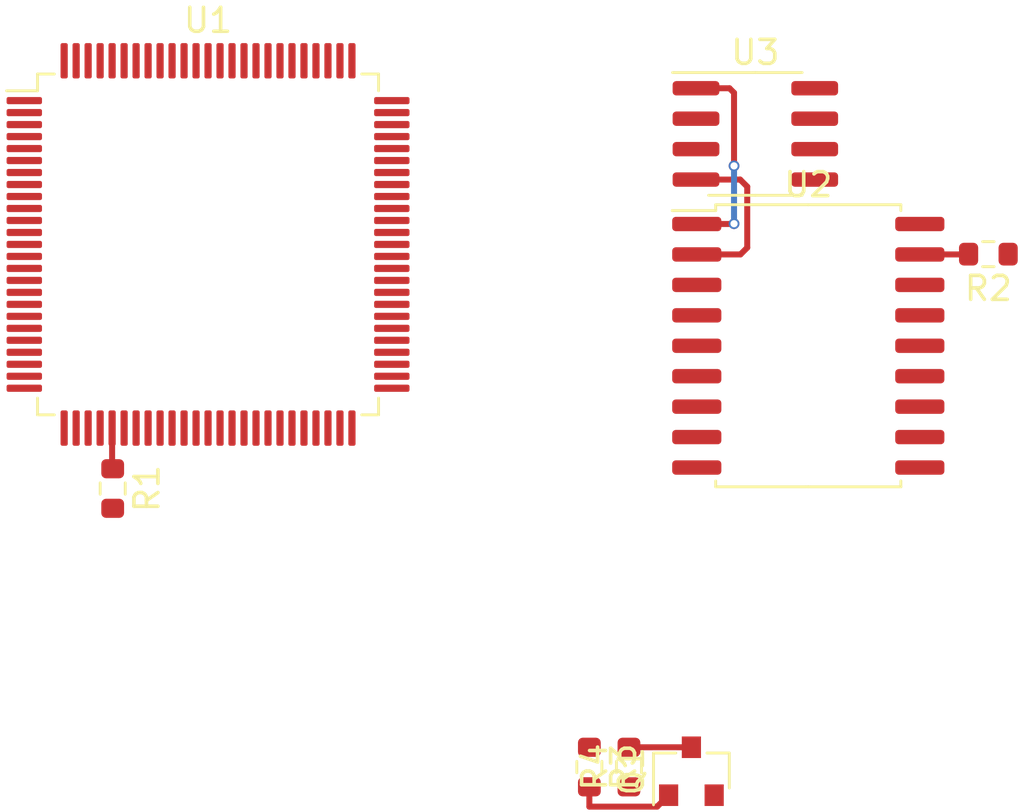
<source format=kicad_pcb>
(kicad_pcb (version 20171130) (host pcbnew 5.1.10-88a1d61d58~88~ubuntu18.04.1)

  (general
    (thickness 1.6)
    (drawings 0)
    (tracks 22)
    (zones 0)
    (modules 8)
    (nets 122)
  )

  (page A4)
  (layers
    (0 F.Cu signal)
    (31 B.Cu signal)
    (32 B.Adhes user)
    (33 F.Adhes user)
    (34 B.Paste user)
    (35 F.Paste user)
    (36 B.SilkS user)
    (37 F.SilkS user)
    (38 B.Mask user)
    (39 F.Mask user)
    (40 Dwgs.User user)
    (41 Cmts.User user)
    (42 Eco1.User user)
    (43 Eco2.User user)
    (44 Edge.Cuts user)
    (45 Margin user)
    (46 B.CrtYd user)
    (47 F.CrtYd user)
    (48 B.Fab user)
    (49 F.Fab user hide)
  )

  (setup
    (last_trace_width 0.25)
    (trace_clearance 0.2)
    (zone_clearance 0.508)
    (zone_45_only no)
    (trace_min 0.2)
    (via_size 0.8)
    (via_drill 0.4)
    (via_min_size 0.4)
    (via_min_drill 0.3)
    (user_via 0.45 0.3)
    (uvia_size 0.3)
    (uvia_drill 0.1)
    (uvias_allowed no)
    (uvia_min_size 0.2)
    (uvia_min_drill 0.1)
    (edge_width 0.05)
    (segment_width 0.2)
    (pcb_text_width 0.3)
    (pcb_text_size 1.5 1.5)
    (mod_edge_width 0.12)
    (mod_text_size 1 1)
    (mod_text_width 0.15)
    (pad_size 1.524 1.524)
    (pad_drill 0.762)
    (pad_to_mask_clearance 0)
    (aux_axis_origin 0 0)
    (visible_elements FFFFFF7F)
    (pcbplotparams
      (layerselection 0x010fc_ffffffff)
      (usegerberextensions false)
      (usegerberattributes true)
      (usegerberadvancedattributes true)
      (creategerberjobfile true)
      (excludeedgelayer true)
      (linewidth 0.100000)
      (plotframeref false)
      (viasonmask false)
      (mode 1)
      (useauxorigin false)
      (hpglpennumber 1)
      (hpglpenspeed 20)
      (hpglpendiameter 15.000000)
      (psnegative false)
      (psa4output false)
      (plotreference true)
      (plotvalue true)
      (plotinvisibletext false)
      (padsonsilk false)
      (subtractmaskfromsilk false)
      (outputformat 1)
      (mirror false)
      (drillshape 1)
      (scaleselection 1)
      (outputdirectory ""))
  )

  (net 0 "")
  (net 1 /SBUS_IN)
  (net 2 GND)
  (net 3 "Net-(Q1-Pad1)")
  (net 4 +5V)
  (net 5 "Net-(R1-Pad1)")
  (net 6 "Net-(R2-Pad2)")
  (net 7 /SBUS_CONN)
  (net 8 "Net-(U1-Pad100)")
  (net 9 "Net-(U1-Pad98)")
  (net 10 "Net-(U1-Pad97)")
  (net 11 "Net-(U1-Pad96)")
  (net 12 "Net-(U1-Pad95)")
  (net 13 "Net-(U1-Pad94)")
  (net 14 "Net-(U1-Pad93)")
  (net 15 "Net-(U1-Pad92)")
  (net 16 "Net-(U1-Pad91)")
  (net 17 "Net-(U1-Pad90)")
  (net 18 "Net-(U1-Pad89)")
  (net 19 "Net-(U1-Pad88)")
  (net 20 "Net-(U1-Pad87)")
  (net 21 "Net-(U1-Pad86)")
  (net 22 "Net-(U1-Pad85)")
  (net 23 "Net-(U1-Pad84)")
  (net 24 "Net-(U1-Pad83)")
  (net 25 "Net-(U1-Pad82)")
  (net 26 "Net-(U1-Pad10)")
  (net 27 "Net-(U1-Pad79)")
  (net 28 "Net-(U1-Pad78)")
  (net 29 "Net-(U1-Pad77)")
  (net 30 "Net-(U1-Pad76)")
  (net 31 "Net-(U1-Pad75)")
  (net 32 "Net-(U1-Pad74)")
  (net 33 "Net-(U1-Pad73)")
  (net 34 "Net-(U1-Pad72)")
  (net 35 "Net-(U1-Pad71)")
  (net 36 "Net-(U1-Pad70)")
  (net 37 "Net-(U1-Pad69)")
  (net 38 "Net-(U1-Pad68)")
  (net 39 "Net-(U1-Pad67)")
  (net 40 "Net-(U1-Pad66)")
  (net 41 "Net-(U1-Pad65)")
  (net 42 "Net-(U1-Pad64)")
  (net 43 "Net-(U1-Pad63)")
  (net 44 "Net-(U1-Pad60)")
  (net 45 "Net-(U1-Pad59)")
  (net 46 "Net-(U1-Pad58)")
  (net 47 "Net-(U1-Pad57)")
  (net 48 "Net-(U1-Pad56)")
  (net 49 "Net-(U1-Pad55)")
  (net 50 "Net-(U1-Pad54)")
  (net 51 "Net-(U1-Pad53)")
  (net 52 "Net-(U1-Pad52)")
  (net 53 "Net-(U1-Pad51)")
  (net 54 "Net-(U1-Pad50)")
  (net 55 "Net-(U1-Pad49)")
  (net 56 "Net-(U1-Pad48)")
  (net 57 "Net-(U1-Pad47)")
  (net 58 "Net-(U1-Pad46)")
  (net 59 "Net-(U1-Pad45)")
  (net 60 "Net-(U1-Pad44)")
  (net 61 "Net-(U1-Pad43)")
  (net 62 "Net-(U1-Pad42)")
  (net 63 "Net-(U1-Pad41)")
  (net 64 "Net-(U1-Pad40)")
  (net 65 "Net-(U1-Pad39)")
  (net 66 "Net-(U1-Pad38)")
  (net 67 "Net-(U1-Pad37)")
  (net 68 "Net-(U1-Pad36)")
  (net 69 "Net-(U1-Pad35)")
  (net 70 "Net-(U1-Pad34)")
  (net 71 "Net-(U1-Pad33)")
  (net 72 "Net-(U1-Pad29)")
  (net 73 "Net-(U1-Pad28)")
  (net 74 "Net-(U1-Pad27)")
  (net 75 "Net-(U1-Pad26)")
  (net 76 "Net-(U1-Pad25)")
  (net 77 "Net-(U1-Pad24)")
  (net 78 "Net-(U1-Pad23)")
  (net 79 "Net-(U1-Pad22)")
  (net 80 "Net-(U1-Pad21)")
  (net 81 "Net-(U1-Pad20)")
  (net 82 "Net-(U1-Pad19)")
  (net 83 "Net-(U1-Pad18)")
  (net 84 "Net-(U1-Pad17)")
  (net 85 "Net-(U1-Pad16)")
  (net 86 "Net-(U1-Pad15)")
  (net 87 "Net-(U1-Pad14)")
  (net 88 "Net-(U1-Pad13)")
  (net 89 "Net-(U1-Pad12)")
  (net 90 "Net-(U1-Pad9)")
  (net 91 "Net-(U1-Pad8)")
  (net 92 "Net-(U1-Pad7)")
  (net 93 "Net-(U1-Pad6)")
  (net 94 "Net-(U1-Pad5)")
  (net 95 "Net-(U1-Pad4)")
  (net 96 "Net-(U1-Pad3)")
  (net 97 "Net-(U1-Pad2)")
  (net 98 "Net-(U1-Pad1)")
  (net 99 "Net-(U2-Pad18)")
  (net 100 "Net-(U2-Pad16)")
  (net 101 "Net-(U2-Pad15)")
  (net 102 "Net-(U2-Pad14)")
  (net 103 "Net-(U2-Pad13)")
  (net 104 "Net-(U2-Pad12)")
  (net 105 "Net-(U2-Pad11)")
  (net 106 "Net-(U2-Pad10)")
  (net 107 "Net-(U2-Pad9)")
  (net 108 "Net-(C2-Pad2)")
  (net 109 "Net-(C1-Pad1)")
  (net 110 "Net-(U2-Pad6)")
  (net 111 "Net-(U2-Pad5)")
  (net 112 "Net-(U2-Pad4)")
  (net 113 "Net-(U2-Pad3)")
  (net 114 /RXCAN)
  (net 115 /TXCAN)
  (net 116 "Net-(U3-Pad8)")
  (net 117 /CANH)
  (net 118 /CANL)
  (net 119 "Net-(U3-Pad5)")
  (net 120 "Net-(U3-Pad3)")
  (net 121 "Net-(U3-Pad2)")

  (net_class Default "This is the default net class."
    (clearance 0.2)
    (trace_width 0.25)
    (via_dia 0.8)
    (via_drill 0.4)
    (uvia_dia 0.3)
    (uvia_drill 0.1)
    (add_net +5V)
    (add_net /CANH)
    (add_net /CANL)
    (add_net /RXCAN)
    (add_net /SBUS_CONN)
    (add_net /SBUS_IN)
    (add_net /TXCAN)
    (add_net GND)
    (add_net "Net-(C1-Pad1)")
    (add_net "Net-(C2-Pad2)")
    (add_net "Net-(Q1-Pad1)")
    (add_net "Net-(R1-Pad1)")
    (add_net "Net-(R2-Pad2)")
    (add_net "Net-(U1-Pad1)")
    (add_net "Net-(U1-Pad10)")
    (add_net "Net-(U1-Pad100)")
    (add_net "Net-(U1-Pad12)")
    (add_net "Net-(U1-Pad13)")
    (add_net "Net-(U1-Pad14)")
    (add_net "Net-(U1-Pad15)")
    (add_net "Net-(U1-Pad16)")
    (add_net "Net-(U1-Pad17)")
    (add_net "Net-(U1-Pad18)")
    (add_net "Net-(U1-Pad19)")
    (add_net "Net-(U1-Pad2)")
    (add_net "Net-(U1-Pad20)")
    (add_net "Net-(U1-Pad21)")
    (add_net "Net-(U1-Pad22)")
    (add_net "Net-(U1-Pad23)")
    (add_net "Net-(U1-Pad24)")
    (add_net "Net-(U1-Pad25)")
    (add_net "Net-(U1-Pad26)")
    (add_net "Net-(U1-Pad27)")
    (add_net "Net-(U1-Pad28)")
    (add_net "Net-(U1-Pad29)")
    (add_net "Net-(U1-Pad3)")
    (add_net "Net-(U1-Pad33)")
    (add_net "Net-(U1-Pad34)")
    (add_net "Net-(U1-Pad35)")
    (add_net "Net-(U1-Pad36)")
    (add_net "Net-(U1-Pad37)")
    (add_net "Net-(U1-Pad38)")
    (add_net "Net-(U1-Pad39)")
    (add_net "Net-(U1-Pad4)")
    (add_net "Net-(U1-Pad40)")
    (add_net "Net-(U1-Pad41)")
    (add_net "Net-(U1-Pad42)")
    (add_net "Net-(U1-Pad43)")
    (add_net "Net-(U1-Pad44)")
    (add_net "Net-(U1-Pad45)")
    (add_net "Net-(U1-Pad46)")
    (add_net "Net-(U1-Pad47)")
    (add_net "Net-(U1-Pad48)")
    (add_net "Net-(U1-Pad49)")
    (add_net "Net-(U1-Pad5)")
    (add_net "Net-(U1-Pad50)")
    (add_net "Net-(U1-Pad51)")
    (add_net "Net-(U1-Pad52)")
    (add_net "Net-(U1-Pad53)")
    (add_net "Net-(U1-Pad54)")
    (add_net "Net-(U1-Pad55)")
    (add_net "Net-(U1-Pad56)")
    (add_net "Net-(U1-Pad57)")
    (add_net "Net-(U1-Pad58)")
    (add_net "Net-(U1-Pad59)")
    (add_net "Net-(U1-Pad6)")
    (add_net "Net-(U1-Pad60)")
    (add_net "Net-(U1-Pad63)")
    (add_net "Net-(U1-Pad64)")
    (add_net "Net-(U1-Pad65)")
    (add_net "Net-(U1-Pad66)")
    (add_net "Net-(U1-Pad67)")
    (add_net "Net-(U1-Pad68)")
    (add_net "Net-(U1-Pad69)")
    (add_net "Net-(U1-Pad7)")
    (add_net "Net-(U1-Pad70)")
    (add_net "Net-(U1-Pad71)")
    (add_net "Net-(U1-Pad72)")
    (add_net "Net-(U1-Pad73)")
    (add_net "Net-(U1-Pad74)")
    (add_net "Net-(U1-Pad75)")
    (add_net "Net-(U1-Pad76)")
    (add_net "Net-(U1-Pad77)")
    (add_net "Net-(U1-Pad78)")
    (add_net "Net-(U1-Pad79)")
    (add_net "Net-(U1-Pad8)")
    (add_net "Net-(U1-Pad82)")
    (add_net "Net-(U1-Pad83)")
    (add_net "Net-(U1-Pad84)")
    (add_net "Net-(U1-Pad85)")
    (add_net "Net-(U1-Pad86)")
    (add_net "Net-(U1-Pad87)")
    (add_net "Net-(U1-Pad88)")
    (add_net "Net-(U1-Pad89)")
    (add_net "Net-(U1-Pad9)")
    (add_net "Net-(U1-Pad90)")
    (add_net "Net-(U1-Pad91)")
    (add_net "Net-(U1-Pad92)")
    (add_net "Net-(U1-Pad93)")
    (add_net "Net-(U1-Pad94)")
    (add_net "Net-(U1-Pad95)")
    (add_net "Net-(U1-Pad96)")
    (add_net "Net-(U1-Pad97)")
    (add_net "Net-(U1-Pad98)")
    (add_net "Net-(U2-Pad10)")
    (add_net "Net-(U2-Pad11)")
    (add_net "Net-(U2-Pad12)")
    (add_net "Net-(U2-Pad13)")
    (add_net "Net-(U2-Pad14)")
    (add_net "Net-(U2-Pad15)")
    (add_net "Net-(U2-Pad16)")
    (add_net "Net-(U2-Pad18)")
    (add_net "Net-(U2-Pad3)")
    (add_net "Net-(U2-Pad4)")
    (add_net "Net-(U2-Pad5)")
    (add_net "Net-(U2-Pad6)")
    (add_net "Net-(U2-Pad9)")
    (add_net "Net-(U3-Pad2)")
    (add_net "Net-(U3-Pad3)")
    (add_net "Net-(U3-Pad5)")
    (add_net "Net-(U3-Pad8)")
  )

  (module Package_SO:SOIC-8_3.9x4.9mm_P1.27mm (layer F.Cu) (tedit 5D9F72B1) (tstamp 615DB9A0)
    (at 79.6925 -9.7155)
    (descr "SOIC, 8 Pin (JEDEC MS-012AA, https://www.analog.com/media/en/package-pcb-resources/package/pkg_pdf/soic_narrow-r/r_8.pdf), generated with kicad-footprint-generator ipc_gullwing_generator.py")
    (tags "SOIC SO")
    (path /60053ED2)
    (attr smd)
    (fp_text reference U3 (at 0 -3.4) (layer F.SilkS)
      (effects (font (size 1 1) (thickness 0.15)))
    )
    (fp_text value MCP2551-I-SN (at 0 3.4) (layer F.Fab)
      (effects (font (size 1 1) (thickness 0.15)))
    )
    (fp_text user %R (at 0 0) (layer F.Fab)
      (effects (font (size 0.98 0.98) (thickness 0.15)))
    )
    (fp_line (start 0 2.56) (end 1.95 2.56) (layer F.SilkS) (width 0.12))
    (fp_line (start 0 2.56) (end -1.95 2.56) (layer F.SilkS) (width 0.12))
    (fp_line (start 0 -2.56) (end 1.95 -2.56) (layer F.SilkS) (width 0.12))
    (fp_line (start 0 -2.56) (end -3.45 -2.56) (layer F.SilkS) (width 0.12))
    (fp_line (start -0.975 -2.45) (end 1.95 -2.45) (layer F.Fab) (width 0.1))
    (fp_line (start 1.95 -2.45) (end 1.95 2.45) (layer F.Fab) (width 0.1))
    (fp_line (start 1.95 2.45) (end -1.95 2.45) (layer F.Fab) (width 0.1))
    (fp_line (start -1.95 2.45) (end -1.95 -1.475) (layer F.Fab) (width 0.1))
    (fp_line (start -1.95 -1.475) (end -0.975 -2.45) (layer F.Fab) (width 0.1))
    (fp_line (start -3.7 -2.7) (end -3.7 2.7) (layer F.CrtYd) (width 0.05))
    (fp_line (start -3.7 2.7) (end 3.7 2.7) (layer F.CrtYd) (width 0.05))
    (fp_line (start 3.7 2.7) (end 3.7 -2.7) (layer F.CrtYd) (width 0.05))
    (fp_line (start 3.7 -2.7) (end -3.7 -2.7) (layer F.CrtYd) (width 0.05))
    (pad 8 smd roundrect (at 2.475 -1.905) (size 1.95 0.6) (layers F.Cu F.Paste F.Mask) (roundrect_rratio 0.25)
      (net 116 "Net-(U3-Pad8)"))
    (pad 7 smd roundrect (at 2.475 -0.635) (size 1.95 0.6) (layers F.Cu F.Paste F.Mask) (roundrect_rratio 0.25)
      (net 117 /CANH))
    (pad 6 smd roundrect (at 2.475 0.635) (size 1.95 0.6) (layers F.Cu F.Paste F.Mask) (roundrect_rratio 0.25)
      (net 118 /CANL))
    (pad 5 smd roundrect (at 2.475 1.905) (size 1.95 0.6) (layers F.Cu F.Paste F.Mask) (roundrect_rratio 0.25)
      (net 119 "Net-(U3-Pad5)"))
    (pad 4 smd roundrect (at -2.475 1.905) (size 1.95 0.6) (layers F.Cu F.Paste F.Mask) (roundrect_rratio 0.25)
      (net 114 /RXCAN))
    (pad 3 smd roundrect (at -2.475 0.635) (size 1.95 0.6) (layers F.Cu F.Paste F.Mask) (roundrect_rratio 0.25)
      (net 120 "Net-(U3-Pad3)"))
    (pad 2 smd roundrect (at -2.475 -0.635) (size 1.95 0.6) (layers F.Cu F.Paste F.Mask) (roundrect_rratio 0.25)
      (net 121 "Net-(U3-Pad2)"))
    (pad 1 smd roundrect (at -2.475 -1.905) (size 1.95 0.6) (layers F.Cu F.Paste F.Mask) (roundrect_rratio 0.25)
      (net 115 /TXCAN))
    (model ${KISYS3DMOD}/Package_SO.3dshapes/SOIC-8_3.9x4.9mm_P1.27mm.wrl
      (at (xyz 0 0 0))
      (scale (xyz 1 1 1))
      (rotate (xyz 0 0 0))
    )
  )

  (module Package_SO:SOIC-18W_7.5x11.6mm_P1.27mm (layer F.Cu) (tedit 5D9F72B1) (tstamp 615DB986)
    (at 81.899501 -0.876499)
    (descr "SOIC, 18 Pin (JEDEC MS-013AB, https://www.analog.com/media/en/package-pcb-resources/package/33254132129439rw_18.pdf), generated with kicad-footprint-generator ipc_gullwing_generator.py")
    (tags "SOIC SO")
    (path /60052217)
    (attr smd)
    (fp_text reference U2 (at 0 -6.72) (layer F.SilkS)
      (effects (font (size 1 1) (thickness 0.15)))
    )
    (fp_text value MCP2515-xSO (at 0 6.72) (layer F.Fab)
      (effects (font (size 1 1) (thickness 0.15)))
    )
    (fp_text user %R (at 0 0) (layer F.Fab)
      (effects (font (size 1 1) (thickness 0.15)))
    )
    (fp_line (start 0 5.885) (end 3.86 5.885) (layer F.SilkS) (width 0.12))
    (fp_line (start 3.86 5.885) (end 3.86 5.64) (layer F.SilkS) (width 0.12))
    (fp_line (start 0 5.885) (end -3.86 5.885) (layer F.SilkS) (width 0.12))
    (fp_line (start -3.86 5.885) (end -3.86 5.64) (layer F.SilkS) (width 0.12))
    (fp_line (start 0 -5.885) (end 3.86 -5.885) (layer F.SilkS) (width 0.12))
    (fp_line (start 3.86 -5.885) (end 3.86 -5.64) (layer F.SilkS) (width 0.12))
    (fp_line (start 0 -5.885) (end -3.86 -5.885) (layer F.SilkS) (width 0.12))
    (fp_line (start -3.86 -5.885) (end -3.86 -5.64) (layer F.SilkS) (width 0.12))
    (fp_line (start -3.86 -5.64) (end -5.675 -5.64) (layer F.SilkS) (width 0.12))
    (fp_line (start -2.75 -5.775) (end 3.75 -5.775) (layer F.Fab) (width 0.1))
    (fp_line (start 3.75 -5.775) (end 3.75 5.775) (layer F.Fab) (width 0.1))
    (fp_line (start 3.75 5.775) (end -3.75 5.775) (layer F.Fab) (width 0.1))
    (fp_line (start -3.75 5.775) (end -3.75 -4.775) (layer F.Fab) (width 0.1))
    (fp_line (start -3.75 -4.775) (end -2.75 -5.775) (layer F.Fab) (width 0.1))
    (fp_line (start -5.93 -6.02) (end -5.93 6.02) (layer F.CrtYd) (width 0.05))
    (fp_line (start -5.93 6.02) (end 5.93 6.02) (layer F.CrtYd) (width 0.05))
    (fp_line (start 5.93 6.02) (end 5.93 -6.02) (layer F.CrtYd) (width 0.05))
    (fp_line (start 5.93 -6.02) (end -5.93 -6.02) (layer F.CrtYd) (width 0.05))
    (pad 18 smd roundrect (at 4.65 -5.08) (size 2.05 0.6) (layers F.Cu F.Paste F.Mask) (roundrect_rratio 0.25)
      (net 99 "Net-(U2-Pad18)"))
    (pad 17 smd roundrect (at 4.65 -3.81) (size 2.05 0.6) (layers F.Cu F.Paste F.Mask) (roundrect_rratio 0.25)
      (net 6 "Net-(R2-Pad2)"))
    (pad 16 smd roundrect (at 4.65 -2.54) (size 2.05 0.6) (layers F.Cu F.Paste F.Mask) (roundrect_rratio 0.25)
      (net 100 "Net-(U2-Pad16)"))
    (pad 15 smd roundrect (at 4.65 -1.27) (size 2.05 0.6) (layers F.Cu F.Paste F.Mask) (roundrect_rratio 0.25)
      (net 101 "Net-(U2-Pad15)"))
    (pad 14 smd roundrect (at 4.65 0) (size 2.05 0.6) (layers F.Cu F.Paste F.Mask) (roundrect_rratio 0.25)
      (net 102 "Net-(U2-Pad14)"))
    (pad 13 smd roundrect (at 4.65 1.27) (size 2.05 0.6) (layers F.Cu F.Paste F.Mask) (roundrect_rratio 0.25)
      (net 103 "Net-(U2-Pad13)"))
    (pad 12 smd roundrect (at 4.65 2.54) (size 2.05 0.6) (layers F.Cu F.Paste F.Mask) (roundrect_rratio 0.25)
      (net 104 "Net-(U2-Pad12)"))
    (pad 11 smd roundrect (at 4.65 3.81) (size 2.05 0.6) (layers F.Cu F.Paste F.Mask) (roundrect_rratio 0.25)
      (net 105 "Net-(U2-Pad11)"))
    (pad 10 smd roundrect (at 4.65 5.08) (size 2.05 0.6) (layers F.Cu F.Paste F.Mask) (roundrect_rratio 0.25)
      (net 106 "Net-(U2-Pad10)"))
    (pad 9 smd roundrect (at -4.65 5.08) (size 2.05 0.6) (layers F.Cu F.Paste F.Mask) (roundrect_rratio 0.25)
      (net 107 "Net-(U2-Pad9)"))
    (pad 8 smd roundrect (at -4.65 3.81) (size 2.05 0.6) (layers F.Cu F.Paste F.Mask) (roundrect_rratio 0.25)
      (net 108 "Net-(C2-Pad2)"))
    (pad 7 smd roundrect (at -4.65 2.54) (size 2.05 0.6) (layers F.Cu F.Paste F.Mask) (roundrect_rratio 0.25)
      (net 109 "Net-(C1-Pad1)"))
    (pad 6 smd roundrect (at -4.65 1.27) (size 2.05 0.6) (layers F.Cu F.Paste F.Mask) (roundrect_rratio 0.25)
      (net 110 "Net-(U2-Pad6)"))
    (pad 5 smd roundrect (at -4.65 0) (size 2.05 0.6) (layers F.Cu F.Paste F.Mask) (roundrect_rratio 0.25)
      (net 111 "Net-(U2-Pad5)"))
    (pad 4 smd roundrect (at -4.65 -1.27) (size 2.05 0.6) (layers F.Cu F.Paste F.Mask) (roundrect_rratio 0.25)
      (net 112 "Net-(U2-Pad4)"))
    (pad 3 smd roundrect (at -4.65 -2.54) (size 2.05 0.6) (layers F.Cu F.Paste F.Mask) (roundrect_rratio 0.25)
      (net 113 "Net-(U2-Pad3)"))
    (pad 2 smd roundrect (at -4.65 -3.81) (size 2.05 0.6) (layers F.Cu F.Paste F.Mask) (roundrect_rratio 0.25)
      (net 114 /RXCAN))
    (pad 1 smd roundrect (at -4.65 -5.08) (size 2.05 0.6) (layers F.Cu F.Paste F.Mask) (roundrect_rratio 0.25)
      (net 115 /TXCAN))
    (model ${KISYS3DMOD}/Package_SO.3dshapes/SOIC-18W_7.5x11.6mm_P1.27mm.wrl
      (at (xyz 0 0 0))
      (scale (xyz 1 1 1))
      (rotate (xyz 0 0 0))
    )
  )

  (module Package_QFP:TQFP-100_14x14mm_P0.5mm (layer F.Cu) (tedit 5D9F72B1) (tstamp 615DB95D)
    (at 56.871501 -5.104499)
    (descr "TQFP, 100 Pin (http://www.microsemi.com/index.php?option=com_docman&task=doc_download&gid=131095), generated with kicad-footprint-generator ipc_gullwing_generator.py")
    (tags "TQFP QFP")
    (path /61436B1B)
    (attr smd)
    (fp_text reference U1 (at 0 -9.35) (layer F.SilkS)
      (effects (font (size 1 1) (thickness 0.15)))
    )
    (fp_text value ATmega2560-16AU (at 0 9.35) (layer F.Fab)
      (effects (font (size 1 1) (thickness 0.15)))
    )
    (fp_text user %R (at 0 0) (layer F.Fab)
      (effects (font (size 1 1) (thickness 0.15)))
    )
    (fp_line (start 6.41 7.11) (end 7.11 7.11) (layer F.SilkS) (width 0.12))
    (fp_line (start 7.11 7.11) (end 7.11 6.41) (layer F.SilkS) (width 0.12))
    (fp_line (start -6.41 7.11) (end -7.11 7.11) (layer F.SilkS) (width 0.12))
    (fp_line (start -7.11 7.11) (end -7.11 6.41) (layer F.SilkS) (width 0.12))
    (fp_line (start 6.41 -7.11) (end 7.11 -7.11) (layer F.SilkS) (width 0.12))
    (fp_line (start 7.11 -7.11) (end 7.11 -6.41) (layer F.SilkS) (width 0.12))
    (fp_line (start -6.41 -7.11) (end -7.11 -7.11) (layer F.SilkS) (width 0.12))
    (fp_line (start -7.11 -7.11) (end -7.11 -6.41) (layer F.SilkS) (width 0.12))
    (fp_line (start -7.11 -6.41) (end -8.4 -6.41) (layer F.SilkS) (width 0.12))
    (fp_line (start -6 -7) (end 7 -7) (layer F.Fab) (width 0.1))
    (fp_line (start 7 -7) (end 7 7) (layer F.Fab) (width 0.1))
    (fp_line (start 7 7) (end -7 7) (layer F.Fab) (width 0.1))
    (fp_line (start -7 7) (end -7 -6) (layer F.Fab) (width 0.1))
    (fp_line (start -7 -6) (end -6 -7) (layer F.Fab) (width 0.1))
    (fp_line (start 0 -8.65) (end -6.4 -8.65) (layer F.CrtYd) (width 0.05))
    (fp_line (start -6.4 -8.65) (end -6.4 -7.25) (layer F.CrtYd) (width 0.05))
    (fp_line (start -6.4 -7.25) (end -7.25 -7.25) (layer F.CrtYd) (width 0.05))
    (fp_line (start -7.25 -7.25) (end -7.25 -6.4) (layer F.CrtYd) (width 0.05))
    (fp_line (start -7.25 -6.4) (end -8.65 -6.4) (layer F.CrtYd) (width 0.05))
    (fp_line (start -8.65 -6.4) (end -8.65 0) (layer F.CrtYd) (width 0.05))
    (fp_line (start 0 -8.65) (end 6.4 -8.65) (layer F.CrtYd) (width 0.05))
    (fp_line (start 6.4 -8.65) (end 6.4 -7.25) (layer F.CrtYd) (width 0.05))
    (fp_line (start 6.4 -7.25) (end 7.25 -7.25) (layer F.CrtYd) (width 0.05))
    (fp_line (start 7.25 -7.25) (end 7.25 -6.4) (layer F.CrtYd) (width 0.05))
    (fp_line (start 7.25 -6.4) (end 8.65 -6.4) (layer F.CrtYd) (width 0.05))
    (fp_line (start 8.65 -6.4) (end 8.65 0) (layer F.CrtYd) (width 0.05))
    (fp_line (start 0 8.65) (end -6.4 8.65) (layer F.CrtYd) (width 0.05))
    (fp_line (start -6.4 8.65) (end -6.4 7.25) (layer F.CrtYd) (width 0.05))
    (fp_line (start -6.4 7.25) (end -7.25 7.25) (layer F.CrtYd) (width 0.05))
    (fp_line (start -7.25 7.25) (end -7.25 6.4) (layer F.CrtYd) (width 0.05))
    (fp_line (start -7.25 6.4) (end -8.65 6.4) (layer F.CrtYd) (width 0.05))
    (fp_line (start -8.65 6.4) (end -8.65 0) (layer F.CrtYd) (width 0.05))
    (fp_line (start 0 8.65) (end 6.4 8.65) (layer F.CrtYd) (width 0.05))
    (fp_line (start 6.4 8.65) (end 6.4 7.25) (layer F.CrtYd) (width 0.05))
    (fp_line (start 6.4 7.25) (end 7.25 7.25) (layer F.CrtYd) (width 0.05))
    (fp_line (start 7.25 7.25) (end 7.25 6.4) (layer F.CrtYd) (width 0.05))
    (fp_line (start 7.25 6.4) (end 8.65 6.4) (layer F.CrtYd) (width 0.05))
    (fp_line (start 8.65 6.4) (end 8.65 0) (layer F.CrtYd) (width 0.05))
    (pad 100 smd roundrect (at -6 -7.6625) (size 0.3 1.475) (layers F.Cu F.Paste F.Mask) (roundrect_rratio 0.25)
      (net 8 "Net-(U1-Pad100)"))
    (pad 99 smd roundrect (at -5.5 -7.6625) (size 0.3 1.475) (layers F.Cu F.Paste F.Mask) (roundrect_rratio 0.25)
      (net 2 GND))
    (pad 98 smd roundrect (at -5 -7.6625) (size 0.3 1.475) (layers F.Cu F.Paste F.Mask) (roundrect_rratio 0.25)
      (net 9 "Net-(U1-Pad98)"))
    (pad 97 smd roundrect (at -4.5 -7.6625) (size 0.3 1.475) (layers F.Cu F.Paste F.Mask) (roundrect_rratio 0.25)
      (net 10 "Net-(U1-Pad97)"))
    (pad 96 smd roundrect (at -4 -7.6625) (size 0.3 1.475) (layers F.Cu F.Paste F.Mask) (roundrect_rratio 0.25)
      (net 11 "Net-(U1-Pad96)"))
    (pad 95 smd roundrect (at -3.5 -7.6625) (size 0.3 1.475) (layers F.Cu F.Paste F.Mask) (roundrect_rratio 0.25)
      (net 12 "Net-(U1-Pad95)"))
    (pad 94 smd roundrect (at -3 -7.6625) (size 0.3 1.475) (layers F.Cu F.Paste F.Mask) (roundrect_rratio 0.25)
      (net 13 "Net-(U1-Pad94)"))
    (pad 93 smd roundrect (at -2.5 -7.6625) (size 0.3 1.475) (layers F.Cu F.Paste F.Mask) (roundrect_rratio 0.25)
      (net 14 "Net-(U1-Pad93)"))
    (pad 92 smd roundrect (at -2 -7.6625) (size 0.3 1.475) (layers F.Cu F.Paste F.Mask) (roundrect_rratio 0.25)
      (net 15 "Net-(U1-Pad92)"))
    (pad 91 smd roundrect (at -1.5 -7.6625) (size 0.3 1.475) (layers F.Cu F.Paste F.Mask) (roundrect_rratio 0.25)
      (net 16 "Net-(U1-Pad91)"))
    (pad 90 smd roundrect (at -1 -7.6625) (size 0.3 1.475) (layers F.Cu F.Paste F.Mask) (roundrect_rratio 0.25)
      (net 17 "Net-(U1-Pad90)"))
    (pad 89 smd roundrect (at -0.5 -7.6625) (size 0.3 1.475) (layers F.Cu F.Paste F.Mask) (roundrect_rratio 0.25)
      (net 18 "Net-(U1-Pad89)"))
    (pad 88 smd roundrect (at 0 -7.6625) (size 0.3 1.475) (layers F.Cu F.Paste F.Mask) (roundrect_rratio 0.25)
      (net 19 "Net-(U1-Pad88)"))
    (pad 87 smd roundrect (at 0.5 -7.6625) (size 0.3 1.475) (layers F.Cu F.Paste F.Mask) (roundrect_rratio 0.25)
      (net 20 "Net-(U1-Pad87)"))
    (pad 86 smd roundrect (at 1 -7.6625) (size 0.3 1.475) (layers F.Cu F.Paste F.Mask) (roundrect_rratio 0.25)
      (net 21 "Net-(U1-Pad86)"))
    (pad 85 smd roundrect (at 1.5 -7.6625) (size 0.3 1.475) (layers F.Cu F.Paste F.Mask) (roundrect_rratio 0.25)
      (net 22 "Net-(U1-Pad85)"))
    (pad 84 smd roundrect (at 2 -7.6625) (size 0.3 1.475) (layers F.Cu F.Paste F.Mask) (roundrect_rratio 0.25)
      (net 23 "Net-(U1-Pad84)"))
    (pad 83 smd roundrect (at 2.5 -7.6625) (size 0.3 1.475) (layers F.Cu F.Paste F.Mask) (roundrect_rratio 0.25)
      (net 24 "Net-(U1-Pad83)"))
    (pad 82 smd roundrect (at 3 -7.6625) (size 0.3 1.475) (layers F.Cu F.Paste F.Mask) (roundrect_rratio 0.25)
      (net 25 "Net-(U1-Pad82)"))
    (pad 81 smd roundrect (at 3.5 -7.6625) (size 0.3 1.475) (layers F.Cu F.Paste F.Mask) (roundrect_rratio 0.25)
      (net 2 GND))
    (pad 80 smd roundrect (at 4 -7.6625) (size 0.3 1.475) (layers F.Cu F.Paste F.Mask) (roundrect_rratio 0.25)
      (net 26 "Net-(U1-Pad10)"))
    (pad 79 smd roundrect (at 4.5 -7.6625) (size 0.3 1.475) (layers F.Cu F.Paste F.Mask) (roundrect_rratio 0.25)
      (net 27 "Net-(U1-Pad79)"))
    (pad 78 smd roundrect (at 5 -7.6625) (size 0.3 1.475) (layers F.Cu F.Paste F.Mask) (roundrect_rratio 0.25)
      (net 28 "Net-(U1-Pad78)"))
    (pad 77 smd roundrect (at 5.5 -7.6625) (size 0.3 1.475) (layers F.Cu F.Paste F.Mask) (roundrect_rratio 0.25)
      (net 29 "Net-(U1-Pad77)"))
    (pad 76 smd roundrect (at 6 -7.6625) (size 0.3 1.475) (layers F.Cu F.Paste F.Mask) (roundrect_rratio 0.25)
      (net 30 "Net-(U1-Pad76)"))
    (pad 75 smd roundrect (at 7.6625 -6) (size 1.475 0.3) (layers F.Cu F.Paste F.Mask) (roundrect_rratio 0.25)
      (net 31 "Net-(U1-Pad75)"))
    (pad 74 smd roundrect (at 7.6625 -5.5) (size 1.475 0.3) (layers F.Cu F.Paste F.Mask) (roundrect_rratio 0.25)
      (net 32 "Net-(U1-Pad74)"))
    (pad 73 smd roundrect (at 7.6625 -5) (size 1.475 0.3) (layers F.Cu F.Paste F.Mask) (roundrect_rratio 0.25)
      (net 33 "Net-(U1-Pad73)"))
    (pad 72 smd roundrect (at 7.6625 -4.5) (size 1.475 0.3) (layers F.Cu F.Paste F.Mask) (roundrect_rratio 0.25)
      (net 34 "Net-(U1-Pad72)"))
    (pad 71 smd roundrect (at 7.6625 -4) (size 1.475 0.3) (layers F.Cu F.Paste F.Mask) (roundrect_rratio 0.25)
      (net 35 "Net-(U1-Pad71)"))
    (pad 70 smd roundrect (at 7.6625 -3.5) (size 1.475 0.3) (layers F.Cu F.Paste F.Mask) (roundrect_rratio 0.25)
      (net 36 "Net-(U1-Pad70)"))
    (pad 69 smd roundrect (at 7.6625 -3) (size 1.475 0.3) (layers F.Cu F.Paste F.Mask) (roundrect_rratio 0.25)
      (net 37 "Net-(U1-Pad69)"))
    (pad 68 smd roundrect (at 7.6625 -2.5) (size 1.475 0.3) (layers F.Cu F.Paste F.Mask) (roundrect_rratio 0.25)
      (net 38 "Net-(U1-Pad68)"))
    (pad 67 smd roundrect (at 7.6625 -2) (size 1.475 0.3) (layers F.Cu F.Paste F.Mask) (roundrect_rratio 0.25)
      (net 39 "Net-(U1-Pad67)"))
    (pad 66 smd roundrect (at 7.6625 -1.5) (size 1.475 0.3) (layers F.Cu F.Paste F.Mask) (roundrect_rratio 0.25)
      (net 40 "Net-(U1-Pad66)"))
    (pad 65 smd roundrect (at 7.6625 -1) (size 1.475 0.3) (layers F.Cu F.Paste F.Mask) (roundrect_rratio 0.25)
      (net 41 "Net-(U1-Pad65)"))
    (pad 64 smd roundrect (at 7.6625 -0.5) (size 1.475 0.3) (layers F.Cu F.Paste F.Mask) (roundrect_rratio 0.25)
      (net 42 "Net-(U1-Pad64)"))
    (pad 63 smd roundrect (at 7.6625 0) (size 1.475 0.3) (layers F.Cu F.Paste F.Mask) (roundrect_rratio 0.25)
      (net 43 "Net-(U1-Pad63)"))
    (pad 62 smd roundrect (at 7.6625 0.5) (size 1.475 0.3) (layers F.Cu F.Paste F.Mask) (roundrect_rratio 0.25)
      (net 2 GND))
    (pad 61 smd roundrect (at 7.6625 1) (size 1.475 0.3) (layers F.Cu F.Paste F.Mask) (roundrect_rratio 0.25)
      (net 26 "Net-(U1-Pad10)"))
    (pad 60 smd roundrect (at 7.6625 1.5) (size 1.475 0.3) (layers F.Cu F.Paste F.Mask) (roundrect_rratio 0.25)
      (net 44 "Net-(U1-Pad60)"))
    (pad 59 smd roundrect (at 7.6625 2) (size 1.475 0.3) (layers F.Cu F.Paste F.Mask) (roundrect_rratio 0.25)
      (net 45 "Net-(U1-Pad59)"))
    (pad 58 smd roundrect (at 7.6625 2.5) (size 1.475 0.3) (layers F.Cu F.Paste F.Mask) (roundrect_rratio 0.25)
      (net 46 "Net-(U1-Pad58)"))
    (pad 57 smd roundrect (at 7.6625 3) (size 1.475 0.3) (layers F.Cu F.Paste F.Mask) (roundrect_rratio 0.25)
      (net 47 "Net-(U1-Pad57)"))
    (pad 56 smd roundrect (at 7.6625 3.5) (size 1.475 0.3) (layers F.Cu F.Paste F.Mask) (roundrect_rratio 0.25)
      (net 48 "Net-(U1-Pad56)"))
    (pad 55 smd roundrect (at 7.6625 4) (size 1.475 0.3) (layers F.Cu F.Paste F.Mask) (roundrect_rratio 0.25)
      (net 49 "Net-(U1-Pad55)"))
    (pad 54 smd roundrect (at 7.6625 4.5) (size 1.475 0.3) (layers F.Cu F.Paste F.Mask) (roundrect_rratio 0.25)
      (net 50 "Net-(U1-Pad54)"))
    (pad 53 smd roundrect (at 7.6625 5) (size 1.475 0.3) (layers F.Cu F.Paste F.Mask) (roundrect_rratio 0.25)
      (net 51 "Net-(U1-Pad53)"))
    (pad 52 smd roundrect (at 7.6625 5.5) (size 1.475 0.3) (layers F.Cu F.Paste F.Mask) (roundrect_rratio 0.25)
      (net 52 "Net-(U1-Pad52)"))
    (pad 51 smd roundrect (at 7.6625 6) (size 1.475 0.3) (layers F.Cu F.Paste F.Mask) (roundrect_rratio 0.25)
      (net 53 "Net-(U1-Pad51)"))
    (pad 50 smd roundrect (at 6 7.6625) (size 0.3 1.475) (layers F.Cu F.Paste F.Mask) (roundrect_rratio 0.25)
      (net 54 "Net-(U1-Pad50)"))
    (pad 49 smd roundrect (at 5.5 7.6625) (size 0.3 1.475) (layers F.Cu F.Paste F.Mask) (roundrect_rratio 0.25)
      (net 55 "Net-(U1-Pad49)"))
    (pad 48 smd roundrect (at 5 7.6625) (size 0.3 1.475) (layers F.Cu F.Paste F.Mask) (roundrect_rratio 0.25)
      (net 56 "Net-(U1-Pad48)"))
    (pad 47 smd roundrect (at 4.5 7.6625) (size 0.3 1.475) (layers F.Cu F.Paste F.Mask) (roundrect_rratio 0.25)
      (net 57 "Net-(U1-Pad47)"))
    (pad 46 smd roundrect (at 4 7.6625) (size 0.3 1.475) (layers F.Cu F.Paste F.Mask) (roundrect_rratio 0.25)
      (net 58 "Net-(U1-Pad46)"))
    (pad 45 smd roundrect (at 3.5 7.6625) (size 0.3 1.475) (layers F.Cu F.Paste F.Mask) (roundrect_rratio 0.25)
      (net 59 "Net-(U1-Pad45)"))
    (pad 44 smd roundrect (at 3 7.6625) (size 0.3 1.475) (layers F.Cu F.Paste F.Mask) (roundrect_rratio 0.25)
      (net 60 "Net-(U1-Pad44)"))
    (pad 43 smd roundrect (at 2.5 7.6625) (size 0.3 1.475) (layers F.Cu F.Paste F.Mask) (roundrect_rratio 0.25)
      (net 61 "Net-(U1-Pad43)"))
    (pad 42 smd roundrect (at 2 7.6625) (size 0.3 1.475) (layers F.Cu F.Paste F.Mask) (roundrect_rratio 0.25)
      (net 62 "Net-(U1-Pad42)"))
    (pad 41 smd roundrect (at 1.5 7.6625) (size 0.3 1.475) (layers F.Cu F.Paste F.Mask) (roundrect_rratio 0.25)
      (net 63 "Net-(U1-Pad41)"))
    (pad 40 smd roundrect (at 1 7.6625) (size 0.3 1.475) (layers F.Cu F.Paste F.Mask) (roundrect_rratio 0.25)
      (net 64 "Net-(U1-Pad40)"))
    (pad 39 smd roundrect (at 0.5 7.6625) (size 0.3 1.475) (layers F.Cu F.Paste F.Mask) (roundrect_rratio 0.25)
      (net 65 "Net-(U1-Pad39)"))
    (pad 38 smd roundrect (at 0 7.6625) (size 0.3 1.475) (layers F.Cu F.Paste F.Mask) (roundrect_rratio 0.25)
      (net 66 "Net-(U1-Pad38)"))
    (pad 37 smd roundrect (at -0.5 7.6625) (size 0.3 1.475) (layers F.Cu F.Paste F.Mask) (roundrect_rratio 0.25)
      (net 67 "Net-(U1-Pad37)"))
    (pad 36 smd roundrect (at -1 7.6625) (size 0.3 1.475) (layers F.Cu F.Paste F.Mask) (roundrect_rratio 0.25)
      (net 68 "Net-(U1-Pad36)"))
    (pad 35 smd roundrect (at -1.5 7.6625) (size 0.3 1.475) (layers F.Cu F.Paste F.Mask) (roundrect_rratio 0.25)
      (net 69 "Net-(U1-Pad35)"))
    (pad 34 smd roundrect (at -2 7.6625) (size 0.3 1.475) (layers F.Cu F.Paste F.Mask) (roundrect_rratio 0.25)
      (net 70 "Net-(U1-Pad34)"))
    (pad 33 smd roundrect (at -2.5 7.6625) (size 0.3 1.475) (layers F.Cu F.Paste F.Mask) (roundrect_rratio 0.25)
      (net 71 "Net-(U1-Pad33)"))
    (pad 32 smd roundrect (at -3 7.6625) (size 0.3 1.475) (layers F.Cu F.Paste F.Mask) (roundrect_rratio 0.25)
      (net 2 GND))
    (pad 31 smd roundrect (at -3.5 7.6625) (size 0.3 1.475) (layers F.Cu F.Paste F.Mask) (roundrect_rratio 0.25)
      (net 26 "Net-(U1-Pad10)"))
    (pad 30 smd roundrect (at -4 7.6625) (size 0.3 1.475) (layers F.Cu F.Paste F.Mask) (roundrect_rratio 0.25)
      (net 5 "Net-(R1-Pad1)"))
    (pad 29 smd roundrect (at -4.5 7.6625) (size 0.3 1.475) (layers F.Cu F.Paste F.Mask) (roundrect_rratio 0.25)
      (net 72 "Net-(U1-Pad29)"))
    (pad 28 smd roundrect (at -5 7.6625) (size 0.3 1.475) (layers F.Cu F.Paste F.Mask) (roundrect_rratio 0.25)
      (net 73 "Net-(U1-Pad28)"))
    (pad 27 smd roundrect (at -5.5 7.6625) (size 0.3 1.475) (layers F.Cu F.Paste F.Mask) (roundrect_rratio 0.25)
      (net 74 "Net-(U1-Pad27)"))
    (pad 26 smd roundrect (at -6 7.6625) (size 0.3 1.475) (layers F.Cu F.Paste F.Mask) (roundrect_rratio 0.25)
      (net 75 "Net-(U1-Pad26)"))
    (pad 25 smd roundrect (at -7.6625 6) (size 1.475 0.3) (layers F.Cu F.Paste F.Mask) (roundrect_rratio 0.25)
      (net 76 "Net-(U1-Pad25)"))
    (pad 24 smd roundrect (at -7.6625 5.5) (size 1.475 0.3) (layers F.Cu F.Paste F.Mask) (roundrect_rratio 0.25)
      (net 77 "Net-(U1-Pad24)"))
    (pad 23 smd roundrect (at -7.6625 5) (size 1.475 0.3) (layers F.Cu F.Paste F.Mask) (roundrect_rratio 0.25)
      (net 78 "Net-(U1-Pad23)"))
    (pad 22 smd roundrect (at -7.6625 4.5) (size 1.475 0.3) (layers F.Cu F.Paste F.Mask) (roundrect_rratio 0.25)
      (net 79 "Net-(U1-Pad22)"))
    (pad 21 smd roundrect (at -7.6625 4) (size 1.475 0.3) (layers F.Cu F.Paste F.Mask) (roundrect_rratio 0.25)
      (net 80 "Net-(U1-Pad21)"))
    (pad 20 smd roundrect (at -7.6625 3.5) (size 1.475 0.3) (layers F.Cu F.Paste F.Mask) (roundrect_rratio 0.25)
      (net 81 "Net-(U1-Pad20)"))
    (pad 19 smd roundrect (at -7.6625 3) (size 1.475 0.3) (layers F.Cu F.Paste F.Mask) (roundrect_rratio 0.25)
      (net 82 "Net-(U1-Pad19)"))
    (pad 18 smd roundrect (at -7.6625 2.5) (size 1.475 0.3) (layers F.Cu F.Paste F.Mask) (roundrect_rratio 0.25)
      (net 83 "Net-(U1-Pad18)"))
    (pad 17 smd roundrect (at -7.6625 2) (size 1.475 0.3) (layers F.Cu F.Paste F.Mask) (roundrect_rratio 0.25)
      (net 84 "Net-(U1-Pad17)"))
    (pad 16 smd roundrect (at -7.6625 1.5) (size 1.475 0.3) (layers F.Cu F.Paste F.Mask) (roundrect_rratio 0.25)
      (net 85 "Net-(U1-Pad16)"))
    (pad 15 smd roundrect (at -7.6625 1) (size 1.475 0.3) (layers F.Cu F.Paste F.Mask) (roundrect_rratio 0.25)
      (net 86 "Net-(U1-Pad15)"))
    (pad 14 smd roundrect (at -7.6625 0.5) (size 1.475 0.3) (layers F.Cu F.Paste F.Mask) (roundrect_rratio 0.25)
      (net 87 "Net-(U1-Pad14)"))
    (pad 13 smd roundrect (at -7.6625 0) (size 1.475 0.3) (layers F.Cu F.Paste F.Mask) (roundrect_rratio 0.25)
      (net 88 "Net-(U1-Pad13)"))
    (pad 12 smd roundrect (at -7.6625 -0.5) (size 1.475 0.3) (layers F.Cu F.Paste F.Mask) (roundrect_rratio 0.25)
      (net 89 "Net-(U1-Pad12)"))
    (pad 11 smd roundrect (at -7.6625 -1) (size 1.475 0.3) (layers F.Cu F.Paste F.Mask) (roundrect_rratio 0.25)
      (net 2 GND))
    (pad 10 smd roundrect (at -7.6625 -1.5) (size 1.475 0.3) (layers F.Cu F.Paste F.Mask) (roundrect_rratio 0.25)
      (net 26 "Net-(U1-Pad10)"))
    (pad 9 smd roundrect (at -7.6625 -2) (size 1.475 0.3) (layers F.Cu F.Paste F.Mask) (roundrect_rratio 0.25)
      (net 90 "Net-(U1-Pad9)"))
    (pad 8 smd roundrect (at -7.6625 -2.5) (size 1.475 0.3) (layers F.Cu F.Paste F.Mask) (roundrect_rratio 0.25)
      (net 91 "Net-(U1-Pad8)"))
    (pad 7 smd roundrect (at -7.6625 -3) (size 1.475 0.3) (layers F.Cu F.Paste F.Mask) (roundrect_rratio 0.25)
      (net 92 "Net-(U1-Pad7)"))
    (pad 6 smd roundrect (at -7.6625 -3.5) (size 1.475 0.3) (layers F.Cu F.Paste F.Mask) (roundrect_rratio 0.25)
      (net 93 "Net-(U1-Pad6)"))
    (pad 5 smd roundrect (at -7.6625 -4) (size 1.475 0.3) (layers F.Cu F.Paste F.Mask) (roundrect_rratio 0.25)
      (net 94 "Net-(U1-Pad5)"))
    (pad 4 smd roundrect (at -7.6625 -4.5) (size 1.475 0.3) (layers F.Cu F.Paste F.Mask) (roundrect_rratio 0.25)
      (net 95 "Net-(U1-Pad4)"))
    (pad 3 smd roundrect (at -7.6625 -5) (size 1.475 0.3) (layers F.Cu F.Paste F.Mask) (roundrect_rratio 0.25)
      (net 96 "Net-(U1-Pad3)"))
    (pad 2 smd roundrect (at -7.6625 -5.5) (size 1.475 0.3) (layers F.Cu F.Paste F.Mask) (roundrect_rratio 0.25)
      (net 97 "Net-(U1-Pad2)"))
    (pad 1 smd roundrect (at -7.6625 -6) (size 1.475 0.3) (layers F.Cu F.Paste F.Mask) (roundrect_rratio 0.25)
      (net 98 "Net-(U1-Pad1)"))
    (model ${KISYS3DMOD}/Package_QFP.3dshapes/TQFP-100_14x14mm_P0.5mm.wrl
      (at (xyz 0 0 0))
      (scale (xyz 1 1 1))
      (rotate (xyz 0 0 0))
    )
  )

  (module Resistor_SMD:R_0603_1608Metric (layer F.Cu) (tedit 5F68FEEE) (tstamp 615DB8CE)
    (at 74.422 16.7005 90)
    (descr "Resistor SMD 0603 (1608 Metric), square (rectangular) end terminal, IPC_7351 nominal, (Body size source: IPC-SM-782 page 72, https://www.pcb-3d.com/wordpress/wp-content/uploads/ipc-sm-782a_amendment_1_and_2.pdf), generated with kicad-footprint-generator")
    (tags resistor)
    (path /615DFF45)
    (attr smd)
    (fp_text reference R4 (at 0 -1.43 90) (layer F.SilkS)
      (effects (font (size 1 1) (thickness 0.15)))
    )
    (fp_text value 10k (at 0 1.43 90) (layer F.Fab)
      (effects (font (size 1 1) (thickness 0.15)))
    )
    (fp_text user %R (at 0 0 90) (layer F.Fab)
      (effects (font (size 0.4 0.4) (thickness 0.06)))
    )
    (fp_line (start -0.8 0.4125) (end -0.8 -0.4125) (layer F.Fab) (width 0.1))
    (fp_line (start -0.8 -0.4125) (end 0.8 -0.4125) (layer F.Fab) (width 0.1))
    (fp_line (start 0.8 -0.4125) (end 0.8 0.4125) (layer F.Fab) (width 0.1))
    (fp_line (start 0.8 0.4125) (end -0.8 0.4125) (layer F.Fab) (width 0.1))
    (fp_line (start -0.237258 -0.5225) (end 0.237258 -0.5225) (layer F.SilkS) (width 0.12))
    (fp_line (start -0.237258 0.5225) (end 0.237258 0.5225) (layer F.SilkS) (width 0.12))
    (fp_line (start -1.48 0.73) (end -1.48 -0.73) (layer F.CrtYd) (width 0.05))
    (fp_line (start -1.48 -0.73) (end 1.48 -0.73) (layer F.CrtYd) (width 0.05))
    (fp_line (start 1.48 -0.73) (end 1.48 0.73) (layer F.CrtYd) (width 0.05))
    (fp_line (start 1.48 0.73) (end -1.48 0.73) (layer F.CrtYd) (width 0.05))
    (pad 2 smd roundrect (at 0.825 0 90) (size 0.8 0.95) (layers F.Cu F.Paste F.Mask) (roundrect_rratio 0.25)
      (net 1 /SBUS_IN))
    (pad 1 smd roundrect (at -0.825 0 90) (size 0.8 0.95) (layers F.Cu F.Paste F.Mask) (roundrect_rratio 0.25)
      (net 4 +5V))
    (model ${KISYS3DMOD}/Resistor_SMD.3dshapes/R_0603_1608Metric.wrl
      (at (xyz 0 0 0))
      (scale (xyz 1 1 1))
      (rotate (xyz 0 0 0))
    )
  )

  (module Resistor_SMD:R_0603_1608Metric (layer F.Cu) (tedit 5F68FEEE) (tstamp 615DB8BD)
    (at 72.771 16.7 270)
    (descr "Resistor SMD 0603 (1608 Metric), square (rectangular) end terminal, IPC_7351 nominal, (Body size source: IPC-SM-782 page 72, https://www.pcb-3d.com/wordpress/wp-content/uploads/ipc-sm-782a_amendment_1_and_2.pdf), generated with kicad-footprint-generator")
    (tags resistor)
    (path /615DF64F)
    (attr smd)
    (fp_text reference R3 (at 0 -1.43 90) (layer F.SilkS)
      (effects (font (size 1 1) (thickness 0.15)))
    )
    (fp_text value 1.5k (at 0 1.43 90) (layer F.Fab)
      (effects (font (size 1 1) (thickness 0.15)))
    )
    (fp_text user %R (at 0 0 90) (layer F.Fab)
      (effects (font (size 0.4 0.4) (thickness 0.06)))
    )
    (fp_line (start -0.8 0.4125) (end -0.8 -0.4125) (layer F.Fab) (width 0.1))
    (fp_line (start -0.8 -0.4125) (end 0.8 -0.4125) (layer F.Fab) (width 0.1))
    (fp_line (start 0.8 -0.4125) (end 0.8 0.4125) (layer F.Fab) (width 0.1))
    (fp_line (start 0.8 0.4125) (end -0.8 0.4125) (layer F.Fab) (width 0.1))
    (fp_line (start -0.237258 -0.5225) (end 0.237258 -0.5225) (layer F.SilkS) (width 0.12))
    (fp_line (start -0.237258 0.5225) (end 0.237258 0.5225) (layer F.SilkS) (width 0.12))
    (fp_line (start -1.48 0.73) (end -1.48 -0.73) (layer F.CrtYd) (width 0.05))
    (fp_line (start -1.48 -0.73) (end 1.48 -0.73) (layer F.CrtYd) (width 0.05))
    (fp_line (start 1.48 -0.73) (end 1.48 0.73) (layer F.CrtYd) (width 0.05))
    (fp_line (start 1.48 0.73) (end -1.48 0.73) (layer F.CrtYd) (width 0.05))
    (pad 2 smd roundrect (at 0.825 0 270) (size 0.8 0.95) (layers F.Cu F.Paste F.Mask) (roundrect_rratio 0.25)
      (net 3 "Net-(Q1-Pad1)"))
    (pad 1 smd roundrect (at -0.825 0 270) (size 0.8 0.95) (layers F.Cu F.Paste F.Mask) (roundrect_rratio 0.25)
      (net 7 /SBUS_CONN))
    (model ${KISYS3DMOD}/Resistor_SMD.3dshapes/R_0603_1608Metric.wrl
      (at (xyz 0 0 0))
      (scale (xyz 1 1 1))
      (rotate (xyz 0 0 0))
    )
  )

  (module Resistor_SMD:R_0603_1608Metric (layer F.Cu) (tedit 5F68FEEE) (tstamp 615DB8AC)
    (at 89.408 -4.699 180)
    (descr "Resistor SMD 0603 (1608 Metric), square (rectangular) end terminal, IPC_7351 nominal, (Body size source: IPC-SM-782 page 72, https://www.pcb-3d.com/wordpress/wp-content/uploads/ipc-sm-782a_amendment_1_and_2.pdf), generated with kicad-footprint-generator")
    (tags resistor)
    (path /60055B84)
    (attr smd)
    (fp_text reference R2 (at 0 -1.43) (layer F.SilkS)
      (effects (font (size 1 1) (thickness 0.15)))
    )
    (fp_text value 10k (at 0 1.43) (layer F.Fab)
      (effects (font (size 1 1) (thickness 0.15)))
    )
    (fp_text user %R (at 0 0) (layer F.Fab)
      (effects (font (size 0.4 0.4) (thickness 0.06)))
    )
    (fp_line (start -0.8 0.4125) (end -0.8 -0.4125) (layer F.Fab) (width 0.1))
    (fp_line (start -0.8 -0.4125) (end 0.8 -0.4125) (layer F.Fab) (width 0.1))
    (fp_line (start 0.8 -0.4125) (end 0.8 0.4125) (layer F.Fab) (width 0.1))
    (fp_line (start 0.8 0.4125) (end -0.8 0.4125) (layer F.Fab) (width 0.1))
    (fp_line (start -0.237258 -0.5225) (end 0.237258 -0.5225) (layer F.SilkS) (width 0.12))
    (fp_line (start -0.237258 0.5225) (end 0.237258 0.5225) (layer F.SilkS) (width 0.12))
    (fp_line (start -1.48 0.73) (end -1.48 -0.73) (layer F.CrtYd) (width 0.05))
    (fp_line (start -1.48 -0.73) (end 1.48 -0.73) (layer F.CrtYd) (width 0.05))
    (fp_line (start 1.48 -0.73) (end 1.48 0.73) (layer F.CrtYd) (width 0.05))
    (fp_line (start 1.48 0.73) (end -1.48 0.73) (layer F.CrtYd) (width 0.05))
    (pad 2 smd roundrect (at 0.825 0 180) (size 0.8 0.95) (layers F.Cu F.Paste F.Mask) (roundrect_rratio 0.25)
      (net 6 "Net-(R2-Pad2)"))
    (pad 1 smd roundrect (at -0.825 0 180) (size 0.8 0.95) (layers F.Cu F.Paste F.Mask) (roundrect_rratio 0.25)
      (net 4 +5V))
    (model ${KISYS3DMOD}/Resistor_SMD.3dshapes/R_0603_1608Metric.wrl
      (at (xyz 0 0 0))
      (scale (xyz 1 1 1))
      (rotate (xyz 0 0 0))
    )
  )

  (module Resistor_SMD:R_0603_1608Metric (layer F.Cu) (tedit 5F68FEEE) (tstamp 615DB89B)
    (at 52.8955 5.08 270)
    (descr "Resistor SMD 0603 (1608 Metric), square (rectangular) end terminal, IPC_7351 nominal, (Body size source: IPC-SM-782 page 72, https://www.pcb-3d.com/wordpress/wp-content/uploads/ipc-sm-782a_amendment_1_and_2.pdf), generated with kicad-footprint-generator")
    (tags resistor)
    (path /60056B65)
    (attr smd)
    (fp_text reference R1 (at 0 -1.43 90) (layer F.SilkS)
      (effects (font (size 1 1) (thickness 0.15)))
    )
    (fp_text value 10k (at 0 1.43 90) (layer F.Fab)
      (effects (font (size 1 1) (thickness 0.15)))
    )
    (fp_text user %R (at 0 0 90) (layer F.Fab)
      (effects (font (size 0.4 0.4) (thickness 0.06)))
    )
    (fp_line (start -0.8 0.4125) (end -0.8 -0.4125) (layer F.Fab) (width 0.1))
    (fp_line (start -0.8 -0.4125) (end 0.8 -0.4125) (layer F.Fab) (width 0.1))
    (fp_line (start 0.8 -0.4125) (end 0.8 0.4125) (layer F.Fab) (width 0.1))
    (fp_line (start 0.8 0.4125) (end -0.8 0.4125) (layer F.Fab) (width 0.1))
    (fp_line (start -0.237258 -0.5225) (end 0.237258 -0.5225) (layer F.SilkS) (width 0.12))
    (fp_line (start -0.237258 0.5225) (end 0.237258 0.5225) (layer F.SilkS) (width 0.12))
    (fp_line (start -1.48 0.73) (end -1.48 -0.73) (layer F.CrtYd) (width 0.05))
    (fp_line (start -1.48 -0.73) (end 1.48 -0.73) (layer F.CrtYd) (width 0.05))
    (fp_line (start 1.48 -0.73) (end 1.48 0.73) (layer F.CrtYd) (width 0.05))
    (fp_line (start 1.48 0.73) (end -1.48 0.73) (layer F.CrtYd) (width 0.05))
    (pad 2 smd roundrect (at 0.825 0 270) (size 0.8 0.95) (layers F.Cu F.Paste F.Mask) (roundrect_rratio 0.25)
      (net 4 +5V))
    (pad 1 smd roundrect (at -0.825 0 270) (size 0.8 0.95) (layers F.Cu F.Paste F.Mask) (roundrect_rratio 0.25)
      (net 5 "Net-(R1-Pad1)"))
    (model ${KISYS3DMOD}/Resistor_SMD.3dshapes/R_0603_1608Metric.wrl
      (at (xyz 0 0 0))
      (scale (xyz 1 1 1))
      (rotate (xyz 0 0 0))
    )
  )

  (module Package_TO_SOT_SMD:SOT-23 (layer F.Cu) (tedit 5A02FF57) (tstamp 615DB88A)
    (at 77.0255 16.875 90)
    (descr "SOT-23, Standard")
    (tags SOT-23)
    (path /615DD075)
    (attr smd)
    (fp_text reference Q1 (at 0 -2.5 90) (layer F.SilkS)
      (effects (font (size 1 1) (thickness 0.15)))
    )
    (fp_text value BC847 (at 0 2.5 90) (layer F.Fab)
      (effects (font (size 1 1) (thickness 0.15)))
    )
    (fp_text user %R (at 0 0) (layer F.Fab)
      (effects (font (size 0.5 0.5) (thickness 0.075)))
    )
    (fp_line (start -0.7 -0.95) (end -0.7 1.5) (layer F.Fab) (width 0.1))
    (fp_line (start -0.15 -1.52) (end 0.7 -1.52) (layer F.Fab) (width 0.1))
    (fp_line (start -0.7 -0.95) (end -0.15 -1.52) (layer F.Fab) (width 0.1))
    (fp_line (start 0.7 -1.52) (end 0.7 1.52) (layer F.Fab) (width 0.1))
    (fp_line (start -0.7 1.52) (end 0.7 1.52) (layer F.Fab) (width 0.1))
    (fp_line (start 0.76 1.58) (end 0.76 0.65) (layer F.SilkS) (width 0.12))
    (fp_line (start 0.76 -1.58) (end 0.76 -0.65) (layer F.SilkS) (width 0.12))
    (fp_line (start -1.7 -1.75) (end 1.7 -1.75) (layer F.CrtYd) (width 0.05))
    (fp_line (start 1.7 -1.75) (end 1.7 1.75) (layer F.CrtYd) (width 0.05))
    (fp_line (start 1.7 1.75) (end -1.7 1.75) (layer F.CrtYd) (width 0.05))
    (fp_line (start -1.7 1.75) (end -1.7 -1.75) (layer F.CrtYd) (width 0.05))
    (fp_line (start 0.76 -1.58) (end -1.4 -1.58) (layer F.SilkS) (width 0.12))
    (fp_line (start 0.76 1.58) (end -0.7 1.58) (layer F.SilkS) (width 0.12))
    (pad 3 smd rect (at 1 0 90) (size 0.9 0.8) (layers F.Cu F.Paste F.Mask)
      (net 1 /SBUS_IN))
    (pad 2 smd rect (at -1 0.95 90) (size 0.9 0.8) (layers F.Cu F.Paste F.Mask)
      (net 2 GND))
    (pad 1 smd rect (at -1 -0.95 90) (size 0.9 0.8) (layers F.Cu F.Paste F.Mask)
      (net 3 "Net-(Q1-Pad1)"))
    (model ${KISYS3DMOD}/Package_TO_SOT_SMD.3dshapes/SOT-23.wrl
      (at (xyz 0 0 0))
      (scale (xyz 1 1 1))
      (rotate (xyz 0 0 0))
    )
  )

  (segment (start 74.4225 15.875) (end 74.422 15.8755) (width 0.25) (layer F.Cu) (net 1))
  (segment (start 77.0255 15.875) (end 74.4225 15.875) (width 0.25) (layer F.Cu) (net 1))
  (segment (start 72.771 17.525) (end 72.771 18.3515) (width 0.25) (layer F.Cu) (net 3))
  (segment (start 75.599 18.3515) (end 76.0755 17.875) (width 0.25) (layer F.Cu) (net 3))
  (segment (start 72.771 18.3515) (end 75.599 18.3515) (width 0.25) (layer F.Cu) (net 3))
  (segment (start 52.871501 4.231001) (end 52.8955 4.255) (width 0.25) (layer F.Cu) (net 5))
  (segment (start 52.871501 2.558001) (end 52.871501 4.231001) (width 0.25) (layer F.Cu) (net 5))
  (segment (start 88.570499 -4.686499) (end 88.583 -4.699) (width 0.25) (layer F.Cu) (net 6))
  (segment (start 86.549501 -4.686499) (end 88.570499 -4.686499) (width 0.25) (layer F.Cu) (net 6))
  (segment (start 79.0575 -7.8105) (end 77.2175 -7.8105) (width 0.25) (layer F.Cu) (net 114))
  (segment (start 79.353501 -7.514499) (end 79.0575 -7.8105) (width 0.25) (layer F.Cu) (net 114))
  (segment (start 79.353501 -4.969999) (end 79.353501 -7.514499) (width 0.25) (layer F.Cu) (net 114))
  (segment (start 79.070001 -4.686499) (end 79.353501 -4.969999) (width 0.25) (layer F.Cu) (net 114))
  (segment (start 77.249501 -4.686499) (end 79.070001 -4.686499) (width 0.25) (layer F.Cu) (net 114))
  (via (at 78.8035 -5.969) (size 0.45) (drill 0.3) (layers F.Cu B.Cu) (net 115))
  (segment (start 78.790999 -5.956499) (end 78.8035 -5.969) (width 0.25) (layer F.Cu) (net 115))
  (segment (start 77.249501 -5.956499) (end 78.790999 -5.956499) (width 0.25) (layer F.Cu) (net 115))
  (via (at 78.8035 -8.382) (size 0.45) (drill 0.3) (layers F.Cu B.Cu) (net 115))
  (segment (start 78.8035 -8.382) (end 78.8035 -5.969) (width 0.25) (layer B.Cu) (net 115))
  (segment (start 78.8035 -8.382) (end 78.8035 -11.43) (width 0.25) (layer F.Cu) (net 115))
  (segment (start 78.613 -11.6205) (end 77.2175 -11.6205) (width 0.25) (layer F.Cu) (net 115))
  (segment (start 78.8035 -11.43) (end 78.613 -11.6205) (width 0.25) (layer F.Cu) (net 115))

)

</source>
